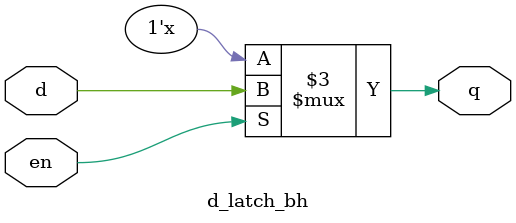
<source format=v>
`timescale 1ns/1ns

module d_latch_df(q,d,en);
  input d,en;
  output q;
  assign q=en?d:q;
  
endmodule


module d_latch_bh(q,d,en);
  input d,en;
  output reg q;
  always@(d,en) 
    if (en) q=d;
  	else q=q;
  
endmodule
</source>
